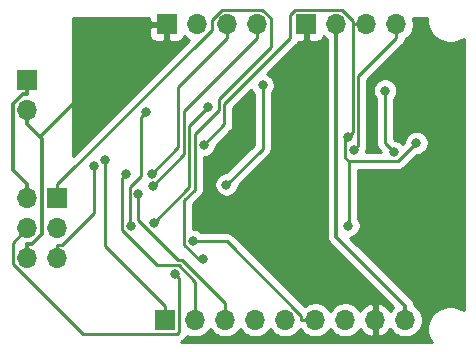
<source format=gbl>
%TF.GenerationSoftware,KiCad,Pcbnew,(5.1.6)-1*%
%TF.CreationDate,2020-07-20T22:25:38-05:00*%
%TF.ProjectId,Project 3 - BACEE_2_layer,50726f6a-6563-4742-9033-202d20424143,1*%
%TF.SameCoordinates,Original*%
%TF.FileFunction,Copper,L2,Bot*%
%TF.FilePolarity,Positive*%
%FSLAX46Y46*%
G04 Gerber Fmt 4.6, Leading zero omitted, Abs format (unit mm)*
G04 Created by KiCad (PCBNEW (5.1.6)-1) date 2020-07-20 22:25:38*
%MOMM*%
%LPD*%
G01*
G04 APERTURE LIST*
%TA.AperFunction,ComponentPad*%
%ADD10R,1.700000X1.700000*%
%TD*%
%TA.AperFunction,ComponentPad*%
%ADD11O,1.700000X1.700000*%
%TD*%
%TA.AperFunction,ViaPad*%
%ADD12C,0.800000*%
%TD*%
%TA.AperFunction,Conductor*%
%ADD13C,0.300000*%
%TD*%
%TA.AperFunction,Conductor*%
%ADD14C,0.250000*%
%TD*%
%TA.AperFunction,Conductor*%
%ADD15C,0.254000*%
%TD*%
G04 APERTURE END LIST*
D10*
%TO.P,BT1,1*%
%TO.N,/VCC*%
X54610000Y-95758000D03*
D11*
%TO.P,BT1,2*%
%TO.N,GNDPWR*%
X54610000Y-98298000D03*
%TD*%
D10*
%TO.P,J1,1*%
%TO.N,/D2*%
X66294000Y-116078000D03*
D11*
%TO.P,J1,2*%
%TO.N,/D3*%
X68834000Y-116078000D03*
%TO.P,J1,3*%
%TO.N,/D4*%
X71374000Y-116078000D03*
%TO.P,J1,4*%
%TO.N,/D5*%
X73914000Y-116078000D03*
%TO.P,J1,5*%
%TO.N,/D6*%
X76454000Y-116078000D03*
%TO.P,J1,6*%
%TO.N,/D7*%
X78994000Y-116078000D03*
%TO.P,J1,7*%
%TO.N,/D8*%
X81534000Y-116078000D03*
%TO.P,J1,8*%
%TO.N,GNDPWR*%
X84074000Y-116078000D03*
%TO.P,J1,9*%
%TO.N,/VCC*%
X86614000Y-116078000D03*
%TD*%
%TO.P,Serial,4*%
%TO.N,/TX*%
X74041000Y-91059000D03*
%TO.P,Serial,3*%
%TO.N,/RX*%
X71501000Y-91059000D03*
%TO.P,Serial,2*%
%TO.N,/VCC*%
X68961000Y-91059000D03*
D10*
%TO.P,Serial,1*%
%TO.N,GNDPWR*%
X66421000Y-91059000D03*
%TD*%
%TO.P,J3,1*%
%TO.N,/MISO*%
X57150000Y-105791000D03*
D11*
%TO.P,J3,2*%
%TO.N,/VCC*%
X54610000Y-105791000D03*
%TO.P,J3,3*%
%TO.N,/SCK*%
X57150000Y-108331000D03*
%TO.P,J3,4*%
%TO.N,/MOSI*%
X54610000Y-108331000D03*
%TO.P,J3,5*%
%TO.N,/RESET*%
X57150000Y-110871000D03*
%TO.P,J3,6*%
%TO.N,GNDPWR*%
X54610000Y-110871000D03*
%TD*%
D10*
%TO.P,J4,1*%
%TO.N,GNDPWR*%
X78232000Y-91059000D03*
D11*
%TO.P,J4,2*%
%TO.N,/VCC*%
X80772000Y-91059000D03*
%TO.P,J4,3*%
%TO.N,/SDA*%
X83312000Y-91059000D03*
%TO.P,J4,4*%
%TO.N,/SCK*%
X85852000Y-91059000D03*
%TD*%
D12*
%TO.N,Net-(C1-Pad2)*%
X64630000Y-98478100D03*
X63352700Y-108166200D03*
%TO.N,Net-(C2-Pad2)*%
X65349400Y-107858300D03*
X69950500Y-98089100D03*
%TO.N,/SCK*%
X82283600Y-101674000D03*
%TO.N,/D2*%
X61218000Y-102510300D03*
%TO.N,/D3*%
X62961200Y-103753000D03*
%TO.N,/D4*%
X64023800Y-105406400D03*
%TO.N,/D7*%
X68634000Y-109400100D03*
%TO.N,/TX*%
X65213700Y-104723700D03*
%TO.N,/RX*%
X65137900Y-103707300D03*
%TO.N,/MISO*%
X69485600Y-110942700D03*
%TO.N,/MOSI*%
X67080500Y-112176100D03*
%TO.N,/RESET*%
X60227500Y-103084400D03*
%TO.N,/SDA*%
X69540200Y-101277700D03*
X81753100Y-100615100D03*
X87549200Y-101082800D03*
X81793000Y-108092800D03*
%TO.N,Net-(U1-Pad1)*%
X84898900Y-96658200D03*
X85669600Y-101884000D03*
%TO.N,/ADDS1*%
X74530200Y-96206300D03*
X71472000Y-104627500D03*
%TD*%
D13*
%TO.N,/VCC*%
X80772000Y-91059000D02*
X80772000Y-109035700D01*
X80772000Y-109035700D02*
X86614000Y-114877700D01*
X54610000Y-95758000D02*
X54610000Y-96958300D01*
X54610000Y-105791000D02*
X54610000Y-104590700D01*
X54610000Y-104590700D02*
X53409700Y-103390400D01*
X53409700Y-103390400D02*
X53409700Y-97783400D01*
X53409700Y-97783400D02*
X54234800Y-96958300D01*
X54234800Y-96958300D02*
X54610000Y-96958300D01*
X86614000Y-116078000D02*
X86614000Y-114877700D01*
%TO.N,GNDPWR*%
X84074000Y-116078000D02*
X84074000Y-114877700D01*
X78232000Y-91059000D02*
X78232000Y-92259300D01*
X78232000Y-92259300D02*
X78232000Y-109035700D01*
X78232000Y-109035700D02*
X84074000Y-114877700D01*
X55695700Y-100584000D02*
X54610000Y-99498300D01*
X54610000Y-109670700D02*
X54985100Y-109670700D01*
X54985100Y-109670700D02*
X55852200Y-108803600D01*
X55852200Y-108803600D02*
X55852200Y-100740500D01*
X55852200Y-100740500D02*
X55695700Y-100584000D01*
X65220700Y-91059000D02*
X55695700Y-100584000D01*
X66421000Y-91059000D02*
X65220700Y-91059000D01*
X54610000Y-98298000D02*
X54610000Y-99498300D01*
X54610000Y-110871000D02*
X54610000Y-109670700D01*
D14*
%TO.N,Net-(C1-Pad2)*%
X63352700Y-108166200D02*
X63292000Y-108105500D01*
X63292000Y-108105500D02*
X63292000Y-104852200D01*
X63292000Y-104852200D02*
X64208900Y-103935300D01*
X64208900Y-103935300D02*
X64208900Y-98899200D01*
X64208900Y-98899200D02*
X64630000Y-98478100D01*
%TO.N,Net-(C2-Pad2)*%
X69950500Y-98089100D02*
X68340600Y-99699000D01*
X68340600Y-99699000D02*
X68340600Y-104867100D01*
X68340600Y-104867100D02*
X65349400Y-107858300D01*
%TO.N,/SCK*%
X85852000Y-92234300D02*
X82650100Y-95436200D01*
X82650100Y-95436200D02*
X82650100Y-101307500D01*
X82650100Y-101307500D02*
X82283600Y-101674000D01*
X85852000Y-91059000D02*
X85852000Y-92234300D01*
%TO.N,/D2*%
X66294000Y-116078000D02*
X66294000Y-114902700D01*
X61218000Y-102510300D02*
X61218000Y-109826700D01*
X61218000Y-109826700D02*
X66294000Y-114902700D01*
%TO.N,/D3*%
X68834000Y-114902700D02*
X68834000Y-112860800D01*
X68834000Y-112860800D02*
X67424000Y-111450800D01*
X67424000Y-111450800D02*
X65565600Y-111450800D01*
X65565600Y-111450800D02*
X62621400Y-108506600D01*
X62621400Y-108506600D02*
X62621400Y-104092800D01*
X62621400Y-104092800D02*
X62961200Y-103753000D01*
X68834000Y-116078000D02*
X68834000Y-114902700D01*
%TO.N,/D4*%
X71374000Y-114902700D02*
X71374000Y-114656800D01*
X71374000Y-114656800D02*
X67716700Y-110999500D01*
X67716700Y-110999500D02*
X67393700Y-110999500D01*
X67393700Y-110999500D02*
X64023800Y-107629600D01*
X64023800Y-107629600D02*
X64023800Y-105406400D01*
X71374000Y-116078000D02*
X71374000Y-114902700D01*
%TO.N,/D7*%
X77818700Y-116078000D02*
X77818700Y-115710700D01*
X77818700Y-115710700D02*
X71508100Y-109400100D01*
X71508100Y-109400100D02*
X68634000Y-109400100D01*
X78994000Y-116078000D02*
X77818700Y-116078000D01*
%TO.N,/TX*%
X74041000Y-92234300D02*
X67890300Y-98385000D01*
X67890300Y-98385000D02*
X67890300Y-102047100D01*
X67890300Y-102047100D02*
X65213700Y-104723700D01*
X74041000Y-91059000D02*
X74041000Y-92234300D01*
%TO.N,/RX*%
X71501000Y-92234300D02*
X67369900Y-96365400D01*
X67369900Y-96365400D02*
X67369900Y-101475300D01*
X67369900Y-101475300D02*
X65137900Y-103707300D01*
X71501000Y-91059000D02*
X71501000Y-92234300D01*
%TO.N,/MISO*%
X57150000Y-105791000D02*
X57150000Y-104587600D01*
X57150000Y-104587600D02*
X70231000Y-91506600D01*
X70231000Y-91506600D02*
X70231000Y-90653700D01*
X70231000Y-90653700D02*
X71059800Y-89824900D01*
X71059800Y-89824900D02*
X74506600Y-89824900D01*
X74506600Y-89824900D02*
X75235900Y-90554200D01*
X75235900Y-90554200D02*
X75235900Y-92968900D01*
X75235900Y-92968900D02*
X70841100Y-97363700D01*
X70841100Y-97363700D02*
X70841100Y-98271900D01*
X70841100Y-98271900D02*
X68790900Y-100322100D01*
X68790900Y-100322100D02*
X68790900Y-105053700D01*
X68790900Y-105053700D02*
X67908600Y-105936000D01*
X67908600Y-105936000D02*
X67908600Y-109735500D01*
X67908600Y-109735500D02*
X69115800Y-110942700D01*
X69115800Y-110942700D02*
X69485600Y-110942700D01*
%TO.N,/MOSI*%
X67080500Y-112176100D02*
X67469400Y-112565000D01*
X67469400Y-112565000D02*
X67469400Y-117109100D01*
X67469400Y-117109100D02*
X67325100Y-117253400D01*
X67325100Y-117253400D02*
X59329200Y-117253400D01*
X59329200Y-117253400D02*
X53416700Y-111340900D01*
X53416700Y-111340900D02*
X53416700Y-109524300D01*
X53416700Y-109524300D02*
X54610000Y-108331000D01*
%TO.N,/RESET*%
X57150000Y-110871000D02*
X57150000Y-109695700D01*
X60227500Y-103084400D02*
X60227500Y-106985500D01*
X60227500Y-106985500D02*
X57517300Y-109695700D01*
X57517300Y-109695700D02*
X57150000Y-109695700D01*
%TO.N,/SDA*%
X69540200Y-101277700D02*
X71291400Y-99526500D01*
X71291400Y-99526500D02*
X71291400Y-97821700D01*
X71291400Y-97821700D02*
X76878700Y-92234400D01*
X76878700Y-92234400D02*
X76878700Y-90250900D01*
X76878700Y-90250900D02*
X77260800Y-89868800D01*
X77260800Y-89868800D02*
X81262900Y-89868800D01*
X81262900Y-89868800D02*
X82186800Y-90792700D01*
X82186800Y-90792700D02*
X82186800Y-91059000D01*
X82186800Y-91059000D02*
X82186800Y-100181400D01*
X82186800Y-100181400D02*
X81753100Y-100615100D01*
X81830100Y-102617500D02*
X81549300Y-102336700D01*
X81549300Y-102336700D02*
X81549300Y-100818900D01*
X81549300Y-100818900D02*
X81753100Y-100615100D01*
X81830100Y-102617500D02*
X81830100Y-108055700D01*
X81830100Y-108055700D02*
X81793000Y-108092800D01*
X87549200Y-101082800D02*
X86014500Y-102617500D01*
X86014500Y-102617500D02*
X81830100Y-102617500D01*
X83312000Y-91059000D02*
X82186800Y-91059000D01*
%TO.N,Net-(U1-Pad1)*%
X84898900Y-96658200D02*
X84898900Y-101113300D01*
X84898900Y-101113300D02*
X85669600Y-101884000D01*
%TO.N,/ADDS1*%
X71472000Y-104627500D02*
X74530200Y-101569300D01*
X74530200Y-101569300D02*
X74530200Y-96206300D01*
%TD*%
D15*
%TO.N,GNDPWR*%
G36*
X88483390Y-90869133D02*
G01*
X88557966Y-91244055D01*
X88704254Y-91597224D01*
X88916630Y-91915067D01*
X89186933Y-92185370D01*
X89504776Y-92397746D01*
X89857945Y-92544034D01*
X90232867Y-92618610D01*
X90615133Y-92618610D01*
X90990055Y-92544034D01*
X91343224Y-92397746D01*
X91542001Y-92264927D01*
X91542000Y-115253072D01*
X91343224Y-115120254D01*
X90990055Y-114973966D01*
X90615133Y-114899390D01*
X90232867Y-114899390D01*
X89857945Y-114973966D01*
X89504776Y-115120254D01*
X89186933Y-115332630D01*
X88916630Y-115602933D01*
X88704254Y-115920776D01*
X88557966Y-116273945D01*
X88483390Y-116648867D01*
X88483390Y-117031133D01*
X88557966Y-117406055D01*
X88704254Y-117759224D01*
X88837072Y-117958000D01*
X67619117Y-117958000D01*
X67749376Y-117888374D01*
X67865101Y-117793401D01*
X67888904Y-117764397D01*
X67980397Y-117672904D01*
X68009401Y-117649101D01*
X68104374Y-117533376D01*
X68170125Y-117410366D01*
X68400842Y-117505932D01*
X68687740Y-117563000D01*
X68980260Y-117563000D01*
X69267158Y-117505932D01*
X69537411Y-117393990D01*
X69780632Y-117231475D01*
X69987475Y-117024632D01*
X70104000Y-116850240D01*
X70220525Y-117024632D01*
X70427368Y-117231475D01*
X70670589Y-117393990D01*
X70940842Y-117505932D01*
X71227740Y-117563000D01*
X71520260Y-117563000D01*
X71807158Y-117505932D01*
X72077411Y-117393990D01*
X72320632Y-117231475D01*
X72527475Y-117024632D01*
X72644000Y-116850240D01*
X72760525Y-117024632D01*
X72967368Y-117231475D01*
X73210589Y-117393990D01*
X73480842Y-117505932D01*
X73767740Y-117563000D01*
X74060260Y-117563000D01*
X74347158Y-117505932D01*
X74617411Y-117393990D01*
X74860632Y-117231475D01*
X75067475Y-117024632D01*
X75184000Y-116850240D01*
X75300525Y-117024632D01*
X75507368Y-117231475D01*
X75750589Y-117393990D01*
X76020842Y-117505932D01*
X76307740Y-117563000D01*
X76600260Y-117563000D01*
X76887158Y-117505932D01*
X77157411Y-117393990D01*
X77400632Y-117231475D01*
X77607475Y-117024632D01*
X77724000Y-116850240D01*
X77840525Y-117024632D01*
X78047368Y-117231475D01*
X78290589Y-117393990D01*
X78560842Y-117505932D01*
X78847740Y-117563000D01*
X79140260Y-117563000D01*
X79427158Y-117505932D01*
X79697411Y-117393990D01*
X79940632Y-117231475D01*
X80147475Y-117024632D01*
X80264000Y-116850240D01*
X80380525Y-117024632D01*
X80587368Y-117231475D01*
X80830589Y-117393990D01*
X81100842Y-117505932D01*
X81387740Y-117563000D01*
X81680260Y-117563000D01*
X81967158Y-117505932D01*
X82237411Y-117393990D01*
X82480632Y-117231475D01*
X82687475Y-117024632D01*
X82809195Y-116842466D01*
X82878822Y-116959355D01*
X83073731Y-117175588D01*
X83307080Y-117349641D01*
X83569901Y-117474825D01*
X83717110Y-117519476D01*
X83947000Y-117398155D01*
X83947000Y-116205000D01*
X83927000Y-116205000D01*
X83927000Y-115951000D01*
X83947000Y-115951000D01*
X83947000Y-114757845D01*
X83717110Y-114636524D01*
X83569901Y-114681175D01*
X83307080Y-114806359D01*
X83073731Y-114980412D01*
X82878822Y-115196645D01*
X82809195Y-115313534D01*
X82687475Y-115131368D01*
X82480632Y-114924525D01*
X82237411Y-114762010D01*
X81967158Y-114650068D01*
X81680260Y-114593000D01*
X81387740Y-114593000D01*
X81100842Y-114650068D01*
X80830589Y-114762010D01*
X80587368Y-114924525D01*
X80380525Y-115131368D01*
X80264000Y-115305760D01*
X80147475Y-115131368D01*
X79940632Y-114924525D01*
X79697411Y-114762010D01*
X79427158Y-114650068D01*
X79140260Y-114593000D01*
X78847740Y-114593000D01*
X78560842Y-114650068D01*
X78290589Y-114762010D01*
X78083311Y-114900509D01*
X72071904Y-108889103D01*
X72048101Y-108860099D01*
X71932376Y-108765126D01*
X71800347Y-108694554D01*
X71657086Y-108651097D01*
X71545433Y-108640100D01*
X71545422Y-108640100D01*
X71508100Y-108636424D01*
X71470778Y-108640100D01*
X69337711Y-108640100D01*
X69293774Y-108596163D01*
X69124256Y-108482895D01*
X68935898Y-108404874D01*
X68735939Y-108365100D01*
X68668600Y-108365100D01*
X68668600Y-106250801D01*
X69301903Y-105617499D01*
X69330901Y-105593701D01*
X69425874Y-105477976D01*
X69496446Y-105345947D01*
X69539903Y-105202686D01*
X69550900Y-105091033D01*
X69554577Y-105053700D01*
X69550900Y-105016367D01*
X69550900Y-102312700D01*
X69642139Y-102312700D01*
X69842098Y-102272926D01*
X70030456Y-102194905D01*
X70199974Y-102081637D01*
X70344137Y-101937474D01*
X70457405Y-101767956D01*
X70535426Y-101579598D01*
X70575200Y-101379639D01*
X70575200Y-101317501D01*
X71802404Y-100090298D01*
X71831401Y-100066501D01*
X71926374Y-99950776D01*
X71996946Y-99818747D01*
X72040403Y-99675486D01*
X72051400Y-99563833D01*
X72051400Y-99563825D01*
X72055076Y-99526500D01*
X72051400Y-99489175D01*
X72051400Y-98136501D01*
X73577365Y-96610537D01*
X73612995Y-96696556D01*
X73726263Y-96866074D01*
X73770201Y-96910012D01*
X73770200Y-101254498D01*
X71432199Y-103592500D01*
X71370061Y-103592500D01*
X71170102Y-103632274D01*
X70981744Y-103710295D01*
X70812226Y-103823563D01*
X70668063Y-103967726D01*
X70554795Y-104137244D01*
X70476774Y-104325602D01*
X70437000Y-104525561D01*
X70437000Y-104729439D01*
X70476774Y-104929398D01*
X70554795Y-105117756D01*
X70668063Y-105287274D01*
X70812226Y-105431437D01*
X70981744Y-105544705D01*
X71170102Y-105622726D01*
X71370061Y-105662500D01*
X71573939Y-105662500D01*
X71773898Y-105622726D01*
X71962256Y-105544705D01*
X72131774Y-105431437D01*
X72275937Y-105287274D01*
X72389205Y-105117756D01*
X72467226Y-104929398D01*
X72507000Y-104729439D01*
X72507000Y-104667301D01*
X75041204Y-102133098D01*
X75070201Y-102109301D01*
X75113531Y-102056503D01*
X75165174Y-101993577D01*
X75235746Y-101861547D01*
X75249046Y-101817701D01*
X75279203Y-101718286D01*
X75290200Y-101606633D01*
X75290200Y-101606623D01*
X75293876Y-101569300D01*
X75290200Y-101531977D01*
X75290200Y-96910011D01*
X75334137Y-96866074D01*
X75447405Y-96696556D01*
X75525426Y-96508198D01*
X75565200Y-96308239D01*
X75565200Y-96104361D01*
X75525426Y-95904402D01*
X75447405Y-95716044D01*
X75334137Y-95546526D01*
X75189974Y-95402363D01*
X75020456Y-95289095D01*
X74934437Y-95253465D01*
X77389709Y-92798194D01*
X77418701Y-92774401D01*
X77442495Y-92745408D01*
X77442499Y-92745404D01*
X77513673Y-92658677D01*
X77513674Y-92658676D01*
X77573887Y-92546027D01*
X77946250Y-92544000D01*
X78105000Y-92385250D01*
X78105000Y-91186000D01*
X78085000Y-91186000D01*
X78085000Y-90932000D01*
X78105000Y-90932000D01*
X78105000Y-90912000D01*
X78359000Y-90912000D01*
X78359000Y-90932000D01*
X78379000Y-90932000D01*
X78379000Y-91186000D01*
X78359000Y-91186000D01*
X78359000Y-92385250D01*
X78517750Y-92544000D01*
X79082000Y-92547072D01*
X79206482Y-92534812D01*
X79326180Y-92498502D01*
X79436494Y-92439537D01*
X79533185Y-92360185D01*
X79612537Y-92263494D01*
X79671502Y-92153180D01*
X79693513Y-92080620D01*
X79825368Y-92212475D01*
X79987000Y-92320474D01*
X79987001Y-108997137D01*
X79983203Y-109035700D01*
X79998359Y-109189586D01*
X80043246Y-109337559D01*
X80043247Y-109337560D01*
X80116139Y-109473933D01*
X80156690Y-109523344D01*
X80189655Y-109563512D01*
X80189659Y-109563516D01*
X80214237Y-109593464D01*
X80244185Y-109618042D01*
X85609018Y-114982875D01*
X85460525Y-115131368D01*
X85338805Y-115313534D01*
X85269178Y-115196645D01*
X85074269Y-114980412D01*
X84840920Y-114806359D01*
X84578099Y-114681175D01*
X84430890Y-114636524D01*
X84201000Y-114757845D01*
X84201000Y-115951000D01*
X84221000Y-115951000D01*
X84221000Y-116205000D01*
X84201000Y-116205000D01*
X84201000Y-117398155D01*
X84430890Y-117519476D01*
X84578099Y-117474825D01*
X84840920Y-117349641D01*
X85074269Y-117175588D01*
X85269178Y-116959355D01*
X85338805Y-116842466D01*
X85460525Y-117024632D01*
X85667368Y-117231475D01*
X85910589Y-117393990D01*
X86180842Y-117505932D01*
X86467740Y-117563000D01*
X86760260Y-117563000D01*
X87047158Y-117505932D01*
X87317411Y-117393990D01*
X87560632Y-117231475D01*
X87767475Y-117024632D01*
X87929990Y-116781411D01*
X88041932Y-116511158D01*
X88099000Y-116224260D01*
X88099000Y-115931740D01*
X88041932Y-115644842D01*
X87929990Y-115374589D01*
X87767475Y-115131368D01*
X87560632Y-114924525D01*
X87396616Y-114814933D01*
X87395020Y-114798726D01*
X87387642Y-114723813D01*
X87342754Y-114575840D01*
X87306394Y-114507815D01*
X87269862Y-114439467D01*
X87171764Y-114319936D01*
X87141810Y-114295353D01*
X81961097Y-109114640D01*
X82094898Y-109088026D01*
X82283256Y-109010005D01*
X82452774Y-108896737D01*
X82596937Y-108752574D01*
X82710205Y-108583056D01*
X82788226Y-108394698D01*
X82828000Y-108194739D01*
X82828000Y-107990861D01*
X82788226Y-107790902D01*
X82710205Y-107602544D01*
X82596937Y-107433026D01*
X82590100Y-107426189D01*
X82590100Y-103377500D01*
X85977178Y-103377500D01*
X86014500Y-103381176D01*
X86051822Y-103377500D01*
X86051833Y-103377500D01*
X86163486Y-103366503D01*
X86306747Y-103323046D01*
X86438776Y-103252474D01*
X86554501Y-103157501D01*
X86578304Y-103128497D01*
X87589002Y-102117800D01*
X87651139Y-102117800D01*
X87851098Y-102078026D01*
X88039456Y-102000005D01*
X88208974Y-101886737D01*
X88353137Y-101742574D01*
X88466405Y-101573056D01*
X88544426Y-101384698D01*
X88584200Y-101184739D01*
X88584200Y-100980861D01*
X88544426Y-100780902D01*
X88466405Y-100592544D01*
X88353137Y-100423026D01*
X88208974Y-100278863D01*
X88039456Y-100165595D01*
X87851098Y-100087574D01*
X87651139Y-100047800D01*
X87447261Y-100047800D01*
X87247302Y-100087574D01*
X87058944Y-100165595D01*
X86889426Y-100278863D01*
X86745263Y-100423026D01*
X86631995Y-100592544D01*
X86553974Y-100780902D01*
X86514200Y-100980861D01*
X86514200Y-101042998D01*
X86403255Y-101153944D01*
X86329374Y-101080063D01*
X86159856Y-100966795D01*
X85971498Y-100888774D01*
X85771539Y-100849000D01*
X85709402Y-100849000D01*
X85658900Y-100798498D01*
X85658900Y-97361911D01*
X85702837Y-97317974D01*
X85816105Y-97148456D01*
X85894126Y-96960098D01*
X85933900Y-96760139D01*
X85933900Y-96556261D01*
X85894126Y-96356302D01*
X85816105Y-96167944D01*
X85702837Y-95998426D01*
X85558674Y-95854263D01*
X85389156Y-95740995D01*
X85200798Y-95662974D01*
X85000839Y-95623200D01*
X84796961Y-95623200D01*
X84597002Y-95662974D01*
X84408644Y-95740995D01*
X84239126Y-95854263D01*
X84094963Y-95998426D01*
X83981695Y-96167944D01*
X83903674Y-96356302D01*
X83863900Y-96556261D01*
X83863900Y-96760139D01*
X83903674Y-96960098D01*
X83981695Y-97148456D01*
X84094963Y-97317974D01*
X84138900Y-97361911D01*
X84138901Y-101075968D01*
X84135224Y-101113300D01*
X84138901Y-101150633D01*
X84149898Y-101262286D01*
X84154378Y-101277054D01*
X84193354Y-101405546D01*
X84263926Y-101537576D01*
X84323631Y-101610326D01*
X84358900Y-101653301D01*
X84387897Y-101677099D01*
X84568298Y-101857500D01*
X83302377Y-101857500D01*
X83318600Y-101775939D01*
X83318600Y-101669054D01*
X83355646Y-101599747D01*
X83399103Y-101456486D01*
X83410100Y-101344833D01*
X83410100Y-101344824D01*
X83413776Y-101307501D01*
X83410100Y-101270178D01*
X83410100Y-95751001D01*
X86363008Y-92798095D01*
X86392001Y-92774301D01*
X86415795Y-92745308D01*
X86415799Y-92745304D01*
X86486973Y-92658577D01*
X86486974Y-92658576D01*
X86557546Y-92526547D01*
X86601003Y-92383286D01*
X86605089Y-92341796D01*
X86798632Y-92212475D01*
X87005475Y-92005632D01*
X87167990Y-91762411D01*
X87279932Y-91492158D01*
X87337000Y-91205260D01*
X87337000Y-90912740D01*
X87279932Y-90625842D01*
X87248932Y-90551000D01*
X88483390Y-90551000D01*
X88483390Y-90869133D01*
G37*
X88483390Y-90869133D02*
X88557966Y-91244055D01*
X88704254Y-91597224D01*
X88916630Y-91915067D01*
X89186933Y-92185370D01*
X89504776Y-92397746D01*
X89857945Y-92544034D01*
X90232867Y-92618610D01*
X90615133Y-92618610D01*
X90990055Y-92544034D01*
X91343224Y-92397746D01*
X91542001Y-92264927D01*
X91542000Y-115253072D01*
X91343224Y-115120254D01*
X90990055Y-114973966D01*
X90615133Y-114899390D01*
X90232867Y-114899390D01*
X89857945Y-114973966D01*
X89504776Y-115120254D01*
X89186933Y-115332630D01*
X88916630Y-115602933D01*
X88704254Y-115920776D01*
X88557966Y-116273945D01*
X88483390Y-116648867D01*
X88483390Y-117031133D01*
X88557966Y-117406055D01*
X88704254Y-117759224D01*
X88837072Y-117958000D01*
X67619117Y-117958000D01*
X67749376Y-117888374D01*
X67865101Y-117793401D01*
X67888904Y-117764397D01*
X67980397Y-117672904D01*
X68009401Y-117649101D01*
X68104374Y-117533376D01*
X68170125Y-117410366D01*
X68400842Y-117505932D01*
X68687740Y-117563000D01*
X68980260Y-117563000D01*
X69267158Y-117505932D01*
X69537411Y-117393990D01*
X69780632Y-117231475D01*
X69987475Y-117024632D01*
X70104000Y-116850240D01*
X70220525Y-117024632D01*
X70427368Y-117231475D01*
X70670589Y-117393990D01*
X70940842Y-117505932D01*
X71227740Y-117563000D01*
X71520260Y-117563000D01*
X71807158Y-117505932D01*
X72077411Y-117393990D01*
X72320632Y-117231475D01*
X72527475Y-117024632D01*
X72644000Y-116850240D01*
X72760525Y-117024632D01*
X72967368Y-117231475D01*
X73210589Y-117393990D01*
X73480842Y-117505932D01*
X73767740Y-117563000D01*
X74060260Y-117563000D01*
X74347158Y-117505932D01*
X74617411Y-117393990D01*
X74860632Y-117231475D01*
X75067475Y-117024632D01*
X75184000Y-116850240D01*
X75300525Y-117024632D01*
X75507368Y-117231475D01*
X75750589Y-117393990D01*
X76020842Y-117505932D01*
X76307740Y-117563000D01*
X76600260Y-117563000D01*
X76887158Y-117505932D01*
X77157411Y-117393990D01*
X77400632Y-117231475D01*
X77607475Y-117024632D01*
X77724000Y-116850240D01*
X77840525Y-117024632D01*
X78047368Y-117231475D01*
X78290589Y-117393990D01*
X78560842Y-117505932D01*
X78847740Y-117563000D01*
X79140260Y-117563000D01*
X79427158Y-117505932D01*
X79697411Y-117393990D01*
X79940632Y-117231475D01*
X80147475Y-117024632D01*
X80264000Y-116850240D01*
X80380525Y-117024632D01*
X80587368Y-117231475D01*
X80830589Y-117393990D01*
X81100842Y-117505932D01*
X81387740Y-117563000D01*
X81680260Y-117563000D01*
X81967158Y-117505932D01*
X82237411Y-117393990D01*
X82480632Y-117231475D01*
X82687475Y-117024632D01*
X82809195Y-116842466D01*
X82878822Y-116959355D01*
X83073731Y-117175588D01*
X83307080Y-117349641D01*
X83569901Y-117474825D01*
X83717110Y-117519476D01*
X83947000Y-117398155D01*
X83947000Y-116205000D01*
X83927000Y-116205000D01*
X83927000Y-115951000D01*
X83947000Y-115951000D01*
X83947000Y-114757845D01*
X83717110Y-114636524D01*
X83569901Y-114681175D01*
X83307080Y-114806359D01*
X83073731Y-114980412D01*
X82878822Y-115196645D01*
X82809195Y-115313534D01*
X82687475Y-115131368D01*
X82480632Y-114924525D01*
X82237411Y-114762010D01*
X81967158Y-114650068D01*
X81680260Y-114593000D01*
X81387740Y-114593000D01*
X81100842Y-114650068D01*
X80830589Y-114762010D01*
X80587368Y-114924525D01*
X80380525Y-115131368D01*
X80264000Y-115305760D01*
X80147475Y-115131368D01*
X79940632Y-114924525D01*
X79697411Y-114762010D01*
X79427158Y-114650068D01*
X79140260Y-114593000D01*
X78847740Y-114593000D01*
X78560842Y-114650068D01*
X78290589Y-114762010D01*
X78083311Y-114900509D01*
X72071904Y-108889103D01*
X72048101Y-108860099D01*
X71932376Y-108765126D01*
X71800347Y-108694554D01*
X71657086Y-108651097D01*
X71545433Y-108640100D01*
X71545422Y-108640100D01*
X71508100Y-108636424D01*
X71470778Y-108640100D01*
X69337711Y-108640100D01*
X69293774Y-108596163D01*
X69124256Y-108482895D01*
X68935898Y-108404874D01*
X68735939Y-108365100D01*
X68668600Y-108365100D01*
X68668600Y-106250801D01*
X69301903Y-105617499D01*
X69330901Y-105593701D01*
X69425874Y-105477976D01*
X69496446Y-105345947D01*
X69539903Y-105202686D01*
X69550900Y-105091033D01*
X69554577Y-105053700D01*
X69550900Y-105016367D01*
X69550900Y-102312700D01*
X69642139Y-102312700D01*
X69842098Y-102272926D01*
X70030456Y-102194905D01*
X70199974Y-102081637D01*
X70344137Y-101937474D01*
X70457405Y-101767956D01*
X70535426Y-101579598D01*
X70575200Y-101379639D01*
X70575200Y-101317501D01*
X71802404Y-100090298D01*
X71831401Y-100066501D01*
X71926374Y-99950776D01*
X71996946Y-99818747D01*
X72040403Y-99675486D01*
X72051400Y-99563833D01*
X72051400Y-99563825D01*
X72055076Y-99526500D01*
X72051400Y-99489175D01*
X72051400Y-98136501D01*
X73577365Y-96610537D01*
X73612995Y-96696556D01*
X73726263Y-96866074D01*
X73770201Y-96910012D01*
X73770200Y-101254498D01*
X71432199Y-103592500D01*
X71370061Y-103592500D01*
X71170102Y-103632274D01*
X70981744Y-103710295D01*
X70812226Y-103823563D01*
X70668063Y-103967726D01*
X70554795Y-104137244D01*
X70476774Y-104325602D01*
X70437000Y-104525561D01*
X70437000Y-104729439D01*
X70476774Y-104929398D01*
X70554795Y-105117756D01*
X70668063Y-105287274D01*
X70812226Y-105431437D01*
X70981744Y-105544705D01*
X71170102Y-105622726D01*
X71370061Y-105662500D01*
X71573939Y-105662500D01*
X71773898Y-105622726D01*
X71962256Y-105544705D01*
X72131774Y-105431437D01*
X72275937Y-105287274D01*
X72389205Y-105117756D01*
X72467226Y-104929398D01*
X72507000Y-104729439D01*
X72507000Y-104667301D01*
X75041204Y-102133098D01*
X75070201Y-102109301D01*
X75113531Y-102056503D01*
X75165174Y-101993577D01*
X75235746Y-101861547D01*
X75249046Y-101817701D01*
X75279203Y-101718286D01*
X75290200Y-101606633D01*
X75290200Y-101606623D01*
X75293876Y-101569300D01*
X75290200Y-101531977D01*
X75290200Y-96910011D01*
X75334137Y-96866074D01*
X75447405Y-96696556D01*
X75525426Y-96508198D01*
X75565200Y-96308239D01*
X75565200Y-96104361D01*
X75525426Y-95904402D01*
X75447405Y-95716044D01*
X75334137Y-95546526D01*
X75189974Y-95402363D01*
X75020456Y-95289095D01*
X74934437Y-95253465D01*
X77389709Y-92798194D01*
X77418701Y-92774401D01*
X77442495Y-92745408D01*
X77442499Y-92745404D01*
X77513673Y-92658677D01*
X77513674Y-92658676D01*
X77573887Y-92546027D01*
X77946250Y-92544000D01*
X78105000Y-92385250D01*
X78105000Y-91186000D01*
X78085000Y-91186000D01*
X78085000Y-90932000D01*
X78105000Y-90932000D01*
X78105000Y-90912000D01*
X78359000Y-90912000D01*
X78359000Y-90932000D01*
X78379000Y-90932000D01*
X78379000Y-91186000D01*
X78359000Y-91186000D01*
X78359000Y-92385250D01*
X78517750Y-92544000D01*
X79082000Y-92547072D01*
X79206482Y-92534812D01*
X79326180Y-92498502D01*
X79436494Y-92439537D01*
X79533185Y-92360185D01*
X79612537Y-92263494D01*
X79671502Y-92153180D01*
X79693513Y-92080620D01*
X79825368Y-92212475D01*
X79987000Y-92320474D01*
X79987001Y-108997137D01*
X79983203Y-109035700D01*
X79998359Y-109189586D01*
X80043246Y-109337559D01*
X80043247Y-109337560D01*
X80116139Y-109473933D01*
X80156690Y-109523344D01*
X80189655Y-109563512D01*
X80189659Y-109563516D01*
X80214237Y-109593464D01*
X80244185Y-109618042D01*
X85609018Y-114982875D01*
X85460525Y-115131368D01*
X85338805Y-115313534D01*
X85269178Y-115196645D01*
X85074269Y-114980412D01*
X84840920Y-114806359D01*
X84578099Y-114681175D01*
X84430890Y-114636524D01*
X84201000Y-114757845D01*
X84201000Y-115951000D01*
X84221000Y-115951000D01*
X84221000Y-116205000D01*
X84201000Y-116205000D01*
X84201000Y-117398155D01*
X84430890Y-117519476D01*
X84578099Y-117474825D01*
X84840920Y-117349641D01*
X85074269Y-117175588D01*
X85269178Y-116959355D01*
X85338805Y-116842466D01*
X85460525Y-117024632D01*
X85667368Y-117231475D01*
X85910589Y-117393990D01*
X86180842Y-117505932D01*
X86467740Y-117563000D01*
X86760260Y-117563000D01*
X87047158Y-117505932D01*
X87317411Y-117393990D01*
X87560632Y-117231475D01*
X87767475Y-117024632D01*
X87929990Y-116781411D01*
X88041932Y-116511158D01*
X88099000Y-116224260D01*
X88099000Y-115931740D01*
X88041932Y-115644842D01*
X87929990Y-115374589D01*
X87767475Y-115131368D01*
X87560632Y-114924525D01*
X87396616Y-114814933D01*
X87395020Y-114798726D01*
X87387642Y-114723813D01*
X87342754Y-114575840D01*
X87306394Y-114507815D01*
X87269862Y-114439467D01*
X87171764Y-114319936D01*
X87141810Y-114295353D01*
X81961097Y-109114640D01*
X82094898Y-109088026D01*
X82283256Y-109010005D01*
X82452774Y-108896737D01*
X82596937Y-108752574D01*
X82710205Y-108583056D01*
X82788226Y-108394698D01*
X82828000Y-108194739D01*
X82828000Y-107990861D01*
X82788226Y-107790902D01*
X82710205Y-107602544D01*
X82596937Y-107433026D01*
X82590100Y-107426189D01*
X82590100Y-103377500D01*
X85977178Y-103377500D01*
X86014500Y-103381176D01*
X86051822Y-103377500D01*
X86051833Y-103377500D01*
X86163486Y-103366503D01*
X86306747Y-103323046D01*
X86438776Y-103252474D01*
X86554501Y-103157501D01*
X86578304Y-103128497D01*
X87589002Y-102117800D01*
X87651139Y-102117800D01*
X87851098Y-102078026D01*
X88039456Y-102000005D01*
X88208974Y-101886737D01*
X88353137Y-101742574D01*
X88466405Y-101573056D01*
X88544426Y-101384698D01*
X88584200Y-101184739D01*
X88584200Y-100980861D01*
X88544426Y-100780902D01*
X88466405Y-100592544D01*
X88353137Y-100423026D01*
X88208974Y-100278863D01*
X88039456Y-100165595D01*
X87851098Y-100087574D01*
X87651139Y-100047800D01*
X87447261Y-100047800D01*
X87247302Y-100087574D01*
X87058944Y-100165595D01*
X86889426Y-100278863D01*
X86745263Y-100423026D01*
X86631995Y-100592544D01*
X86553974Y-100780902D01*
X86514200Y-100980861D01*
X86514200Y-101042998D01*
X86403255Y-101153944D01*
X86329374Y-101080063D01*
X86159856Y-100966795D01*
X85971498Y-100888774D01*
X85771539Y-100849000D01*
X85709402Y-100849000D01*
X85658900Y-100798498D01*
X85658900Y-97361911D01*
X85702837Y-97317974D01*
X85816105Y-97148456D01*
X85894126Y-96960098D01*
X85933900Y-96760139D01*
X85933900Y-96556261D01*
X85894126Y-96356302D01*
X85816105Y-96167944D01*
X85702837Y-95998426D01*
X85558674Y-95854263D01*
X85389156Y-95740995D01*
X85200798Y-95662974D01*
X85000839Y-95623200D01*
X84796961Y-95623200D01*
X84597002Y-95662974D01*
X84408644Y-95740995D01*
X84239126Y-95854263D01*
X84094963Y-95998426D01*
X83981695Y-96167944D01*
X83903674Y-96356302D01*
X83863900Y-96556261D01*
X83863900Y-96760139D01*
X83903674Y-96960098D01*
X83981695Y-97148456D01*
X84094963Y-97317974D01*
X84138900Y-97361911D01*
X84138901Y-101075968D01*
X84135224Y-101113300D01*
X84138901Y-101150633D01*
X84149898Y-101262286D01*
X84154378Y-101277054D01*
X84193354Y-101405546D01*
X84263926Y-101537576D01*
X84323631Y-101610326D01*
X84358900Y-101653301D01*
X84387897Y-101677099D01*
X84568298Y-101857500D01*
X83302377Y-101857500D01*
X83318600Y-101775939D01*
X83318600Y-101669054D01*
X83355646Y-101599747D01*
X83399103Y-101456486D01*
X83410100Y-101344833D01*
X83410100Y-101344824D01*
X83413776Y-101307501D01*
X83410100Y-101270178D01*
X83410100Y-95751001D01*
X86363008Y-92798095D01*
X86392001Y-92774301D01*
X86415795Y-92745308D01*
X86415799Y-92745304D01*
X86486973Y-92658577D01*
X86486974Y-92658576D01*
X86557546Y-92526547D01*
X86601003Y-92383286D01*
X86605089Y-92341796D01*
X86798632Y-92212475D01*
X87005475Y-92005632D01*
X87167990Y-91762411D01*
X87279932Y-91492158D01*
X87337000Y-91205260D01*
X87337000Y-90912740D01*
X87279932Y-90625842D01*
X87248932Y-90551000D01*
X88483390Y-90551000D01*
X88483390Y-90869133D01*
G36*
X64936000Y-90773250D02*
G01*
X65094750Y-90932000D01*
X66294000Y-90932000D01*
X66294000Y-90912000D01*
X66548000Y-90912000D01*
X66548000Y-90932000D01*
X66568000Y-90932000D01*
X66568000Y-91186000D01*
X66548000Y-91186000D01*
X66548000Y-92385250D01*
X66706750Y-92544000D01*
X67271000Y-92547072D01*
X67395482Y-92534812D01*
X67515180Y-92498502D01*
X67625494Y-92439537D01*
X67722185Y-92360185D01*
X67801537Y-92263494D01*
X67860502Y-92153180D01*
X67882513Y-92080620D01*
X68014368Y-92212475D01*
X68257589Y-92374990D01*
X68278957Y-92383841D01*
X58493993Y-102168806D01*
X58493993Y-91909000D01*
X64932928Y-91909000D01*
X64945188Y-92033482D01*
X64981498Y-92153180D01*
X65040463Y-92263494D01*
X65119815Y-92360185D01*
X65216506Y-92439537D01*
X65326820Y-92498502D01*
X65446518Y-92534812D01*
X65571000Y-92547072D01*
X66135250Y-92544000D01*
X66294000Y-92385250D01*
X66294000Y-91186000D01*
X65094750Y-91186000D01*
X64936000Y-91344750D01*
X64932928Y-91909000D01*
X58493993Y-91909000D01*
X58493993Y-90551000D01*
X64934790Y-90551000D01*
X64936000Y-90773250D01*
G37*
X64936000Y-90773250D02*
X65094750Y-90932000D01*
X66294000Y-90932000D01*
X66294000Y-90912000D01*
X66548000Y-90912000D01*
X66548000Y-90932000D01*
X66568000Y-90932000D01*
X66568000Y-91186000D01*
X66548000Y-91186000D01*
X66548000Y-92385250D01*
X66706750Y-92544000D01*
X67271000Y-92547072D01*
X67395482Y-92534812D01*
X67515180Y-92498502D01*
X67625494Y-92439537D01*
X67722185Y-92360185D01*
X67801537Y-92263494D01*
X67860502Y-92153180D01*
X67882513Y-92080620D01*
X68014368Y-92212475D01*
X68257589Y-92374990D01*
X68278957Y-92383841D01*
X58493993Y-102168806D01*
X58493993Y-91909000D01*
X64932928Y-91909000D01*
X64945188Y-92033482D01*
X64981498Y-92153180D01*
X65040463Y-92263494D01*
X65119815Y-92360185D01*
X65216506Y-92439537D01*
X65326820Y-92498502D01*
X65446518Y-92534812D01*
X65571000Y-92547072D01*
X66135250Y-92544000D01*
X66294000Y-92385250D01*
X66294000Y-91186000D01*
X65094750Y-91186000D01*
X64936000Y-91344750D01*
X64932928Y-91909000D01*
X58493993Y-91909000D01*
X58493993Y-90551000D01*
X64934790Y-90551000D01*
X64936000Y-90773250D01*
%TD*%
M02*

</source>
